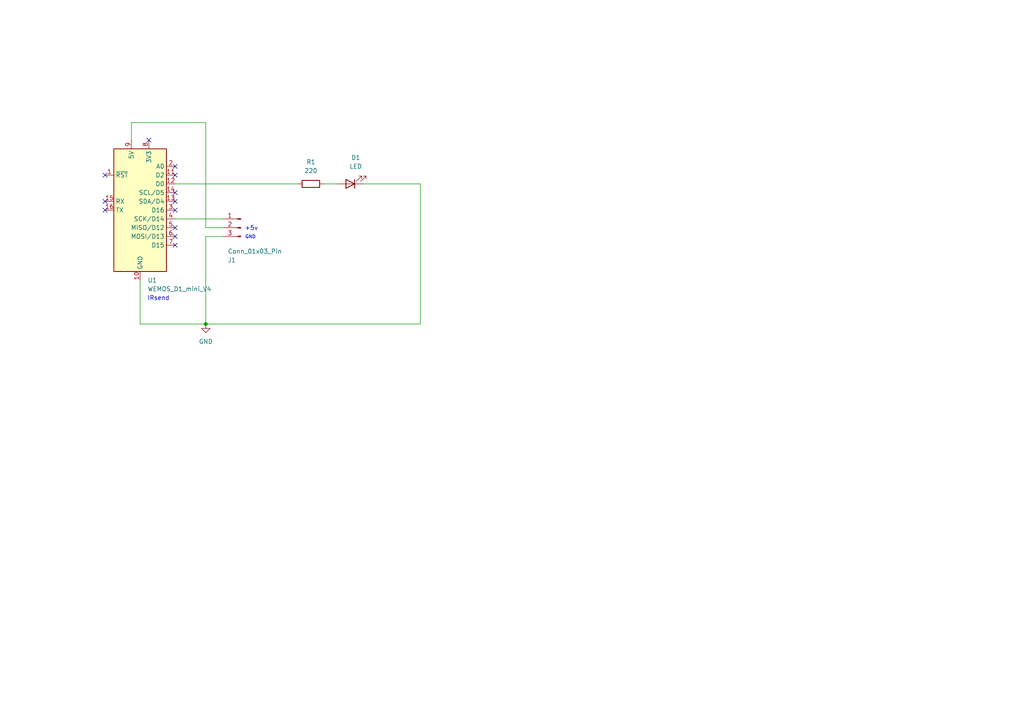
<source format=kicad_sch>
(kicad_sch (version 20250114) (generator "eeschema") (generator_version "9.0")
  (paper "A4")
  (lib_symbols
    (symbol "Connector:Conn_01x03_Pin" (pin_names (offset 1.016) (hide yes))
      (property "Reference" "J" (at 0 5.08 0))
      (property "Value" "Conn_01x03_Pin" (at 0 -5.08 0))
      (symbol "Conn_01x03_Pin_1_1"
        (rectangle (start 0.8636 2.667) (end 0 2.413) (stroke (width 0.1524)) (fill (type outline)))
        (rectangle (start 0.8636 0.127) (end 0 -0.127) (stroke (width 0.1524)) (fill (type outline)))
        (rectangle (start 0.8636 -2.413) (end 0 -2.667) (stroke (width 0.1524)) (fill (type outline)))
        (polyline (pts (xy 1.27 2.54) (xy 0.8636 2.54)) (stroke (width 0.1524)))
        (polyline (pts (xy 1.27 0) (xy 0.8636 0)) (stroke (width 0.1524)))
        (polyline (pts (xy 1.27 -2.54) (xy 0.8636 -2.54)) (stroke (width 0.1524)))
        (pin passive line (at 5.08 2.54 180) (length 3.81) (name "Pin_1") (number "1"))
        (pin passive line (at 5.08 0 180) (length 3.81) (name "Pin_2") (number "2"))
        (pin passive line (at 5.08 -2.54 180) (length 3.81) (name "Pin_3") (number "3"))
      )
    )
    (symbol "Device:LED" (pin_numbers (hide yes)) (pin_names (offset 1.016) (hide yes))
      (property "Reference" "D" (at 0 2.54 0))
      (property "Value" "LED" (at 0 -2.54 0))
      (symbol "LED_0_1"
        (polyline (pts (xy -3.048 -0.762) (xy -4.572 -2.286) (xy -3.81 -2.286) (xy -4.572 -2.286) (xy -4.572 -1.524)))
        (polyline (pts (xy -1.778 -0.762) (xy -3.302 -2.286) (xy -2.54 -2.286) (xy -3.302 -2.286) (xy -3.302 -1.524)))
        (polyline (pts (xy -1.27 0) (xy 1.27 0)))
        (polyline (pts (xy -1.27 -1.27) (xy -1.27 1.27)) (stroke (width 0.254)))
        (polyline (pts (xy 1.27 -1.27) (xy 1.27 1.27) (xy -1.27 0) (xy 1.27 -1.27)) (stroke (width 0.254)))
      )
      (symbol "LED_1_1"
        (pin passive line (at -3.81 0 0) (length 2.54) (name "K") (number "1"))
        (pin passive line (at 3.81 0 180) (length 2.54) (name "A") (number "2"))
      )
    )
    (symbol "Device:R" (pin_numbers (hide yes)) (pin_names (offset 0))
      (property "Reference" "R" (at 2.032 0 90))
      (property "Value" "R" (at 0 0 90))
      (symbol "R_0_1"
        (rectangle (start -1.016 -2.54) (end 1.016 2.54) (stroke (width 0.254)))
      )
      (symbol "R_1_1"
        (pin passive line (at 0 3.81 270) (length 1.27) (name "~") (number "1"))
        (pin passive line (at 0 -3.81 90) (length 1.27) (name "~") (number "2"))
      )
    )
    (symbol "Wemos:WEMOS_D1_mini_V4"
      (property "Reference" "U" (at 3.81 19.05 0))
      (property "Value" "WEMOS_D1_mini_V4" (at 1.27 -19.05 0))
      (symbol "WEMOS_D1_mini_V4_1_1"
        (rectangle (start -7.62 17.78) (end 7.62 -17.78) (stroke (width 0.254)) (fill (type background)))
        (pin input line (at -10.16 10.16 0) (length 2.54) (name "~{RST}") (number "1"))
        (pin input line (at -10.16 2.54 0) (length 2.54) (name "RX") (number "15"))
        (pin output line (at -10.16 0 0) (length 2.54) (name "TX") (number "16"))
        (pin power_in line (at -2.54 20.32 270) (length 2.54) (name "5V") (number "9"))
        (pin power_in line (at 0 -20.32 90) (length 2.54) (name "GND") (number "10"))
        (pin power_out line (at 2.54 20.32 270) (length 2.54) (name "3V3") (number "8"))
        (pin input line (at 10.16 12.7 180) (length 2.54) (name "A0") (number "2"))
        (pin bidirectional line (at 10.16 10.16 180) (length 2.54) (name "D2") (number "11"))
        (pin bidirectional line (at 10.16 7.62 180) (length 2.54) (name "D0") (number "12"))
        (pin bidirectional line (at 10.16 5.08 180) (length 2.54) (name "SCL/D5") (number "14"))
        (pin bidirectional line (at 10.16 2.54 180) (length 2.54) (name "SDA/D4") (number "13"))
        (pin bidirectional line (at 10.16 0 180) (length 2.54) (name "D16") (number "3"))
        (pin bidirectional line (at 10.16 -2.54 180) (length 2.54) (name "SCK/D14") (number "4"))
        (pin bidirectional line (at 10.16 -5.08 180) (length 2.54) (name "MISO/D12") (number "5"))
        (pin bidirectional line (at 10.16 -7.62 180) (length 2.54) (name "MOSI/D13") (number "6"))
        (pin bidirectional line (at 10.16 -10.16 180) (length 2.54) (name "D15") (number "7"))
      )
    )
    (symbol "power:GND" (power) (pin_numbers (hide yes)) (pin_names (offset 0) (hide yes))
      (property "Value" "GND" (at 0 -3.81 0))
      (symbol "GND_0_1"
        (polyline (pts (xy 0 0) (xy 0 -1.27) (xy 1.27 -1.27) (xy 0 -2.54) (xy -1.27 -1.27) (xy 0 -1.27)))
      )
      (symbol "GND_1_1"
        (pin power_in line (at 0 0 270) (length 0) (name "~") (number "1"))
      )
    )
  )
  (text "IRsend" (at 45.974 86.614 0) (effects (font (size 1.27 1.27))))
  (text "GND" (at 72.644 68.834 0) (effects (font (size 0.9652 0.9652))))
  (text "+5v" (at 72.898 66.294 0) (effects (font (size 1.27 1.27))))
  (junction (at 59.69 93.98))
  (no_connect (at 50.8 55.88))
  (no_connect (at 50.8 66.04))
  (no_connect (at 30.48 50.8))
  (no_connect (at 30.48 58.42))
  (no_connect (at 50.8 50.8))
  (no_connect (at 50.8 60.96))
  (no_connect (at 50.8 48.26))
  (no_connect (at 50.8 68.58))
  (no_connect (at 50.8 58.42))
  (no_connect (at 30.48 60.96))
  (no_connect (at 50.8 71.12))
  (no_connect (at 43.18 40.64))
  (wire (pts (xy 59.69 68.58) (xy 64.77 68.58)))
  (wire (pts (xy 59.69 93.98) (xy 59.69 68.58)))
  (wire (pts (xy 105.41 53.34) (xy 121.92 53.34)))
  (wire (pts (xy 38.1 40.64) (xy 38.1 35.56)))
  (wire (pts (xy 38.1 35.56) (xy 59.69 35.56)))
  (wire (pts (xy 50.8 63.5) (xy 64.77 63.5)))
  (wire (pts (xy 40.64 81.28) (xy 40.64 93.98)))
  (wire (pts (xy 59.69 35.56) (xy 59.69 66.04)))
  (wire (pts (xy 50.8 53.34) (xy 86.36 53.34)))
  (wire (pts (xy 59.69 66.04) (xy 64.77 66.04)))
  (wire (pts (xy 93.98 53.34) (xy 97.79 53.34)))
  (wire (pts (xy 40.64 93.98) (xy 59.69 93.98)))
  (wire (pts (xy 121.92 53.34) (xy 121.92 93.98)))
  (wire (pts (xy 121.92 93.98) (xy 59.69 93.98)))
  (symbol (lib_id "Device:LED") (at 101.6 53.34 180) (unit 1)
    (property "Reference" "D1" (at 103.1875 45.72 0))
    (property "Value" "LED" (at 103.1875 48.26 0))
    (property "Footprint" "LED_THT:LED_D5.0mm" (effects (hide yes)))
    (property "Description" "Light emitting diode" (effects (hide yes)))
    (property "Sim.Pins" "1=K 2=A" (effects (hide yes)))
  )
  (symbol (lib_id "Wemos:WEMOS_D1_mini_V4") (at 40.64 60.96 0) (unit 1)
    (property "Reference" "U1" (at 42.7833 81.28 0) (effects (justify left)))
    (property "Value" "WEMOS_D1_mini_V4" (at 42.7833 83.82 0) (effects (justify left)))
    (property "Footprint" "RF_Module:WEMOS_D1_mini_light" (effects (hide yes)))
    (property "Datasheet" "https://wiki.wemos.cc/products:d1:d1_mini#documentation" (effects (hide yes)))
    (property "Description" "32-bit microcontroller module with WiFi" (effects (hide yes)))
  )
  (symbol (lib_id "Connector:Conn_01x03_Pin") (at 69.85 66.04 0) (mirror y) (unit 1)
    (property "Reference" "J1" (at 66.04 75.438 0) (effects (justify right)))
    (property "Value" "Conn_01x03_Pin" (at 66.04 72.898 0) (effects (justify right)))
    (property "Footprint" "Connector_PinSocket_2.54mm:PinSocket_1x03_P2.54mm_Vertical" (effects (hide yes)))
    (property "Description" "Generic connector, single row, 01x03, script generated" (effects (hide yes)))
  )
  (symbol (lib_id "power:GND") (at 59.69 93.98 0) (unit 1)
    (property "Reference" "#PWR01" (effects (hide yes)))
    (property "Value" "GND" (at 59.69 99.06 0))
    (property "Description" "Power symbol creates a global label with name \"GND\" , ground" (effects (hide yes)))
  )
  (symbol (lib_id "Device:R") (at 90.17 53.34 90) (unit 1)
    (property "Reference" "R1" (at 90.17 46.99 90))
    (property "Value" "220" (at 90.17 49.53 90))
    (property "Footprint" "Resistor_THT:R_Axial_DIN0207_L6.3mm_D2.5mm_P7.62mm_Horizontal" (effects (hide yes)))
    (property "Description" "Resistor" (effects (hide yes)))
  )
)
</source>
